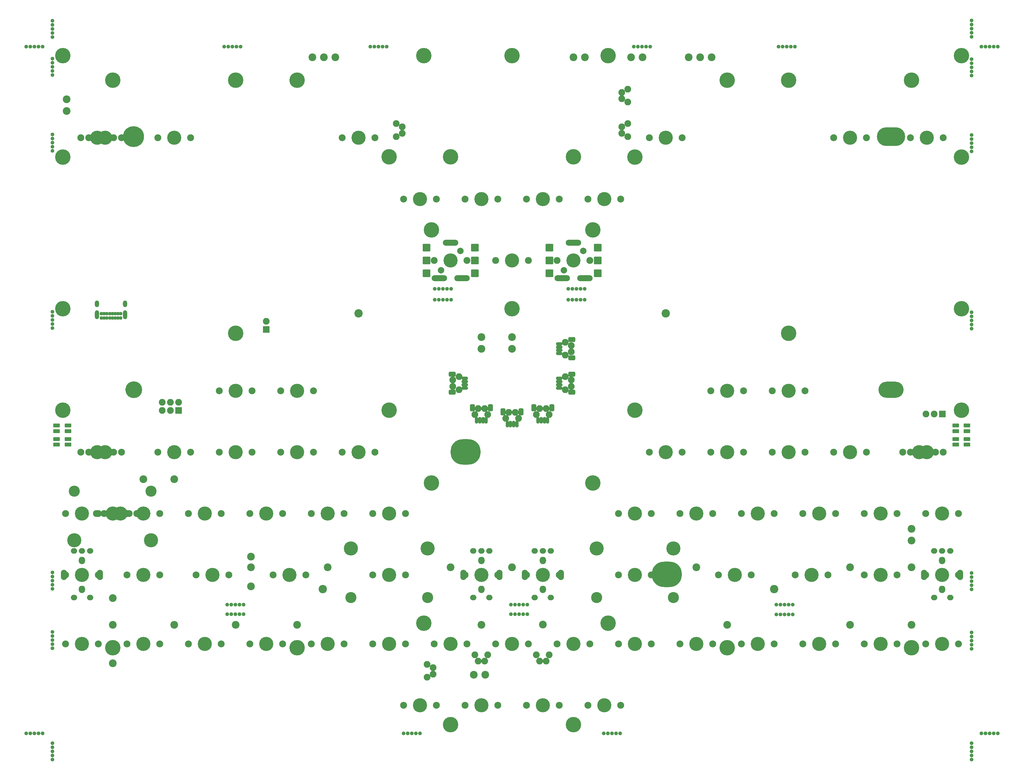
<source format=gts>
G04 #@! TF.GenerationSoftware,KiCad,Pcbnew,(6.0.10-0)*
G04 #@! TF.CreationDate,2023-02-15T16:58:24+09:00*
G04 #@! TF.ProjectId,Sandy,53616e64-792e-46b6-9963-61645f706362,v.0*
G04 #@! TF.SameCoordinates,Original*
G04 #@! TF.FileFunction,Soldermask,Top*
G04 #@! TF.FilePolarity,Negative*
%FSLAX46Y46*%
G04 Gerber Fmt 4.6, Leading zero omitted, Abs format (unit mm)*
G04 Created by KiCad (PCBNEW (6.0.10-0)) date 2023-02-15 16:58:24*
%MOMM*%
%LPD*%
G01*
G04 APERTURE LIST*
G04 Aperture macros list*
%AMRoundRect*
0 Rectangle with rounded corners*
0 $1 Rounding radius*
0 $2 $3 $4 $5 $6 $7 $8 $9 X,Y pos of 4 corners*
0 Add a 4 corners polygon primitive as box body*
4,1,4,$2,$3,$4,$5,$6,$7,$8,$9,$2,$3,0*
0 Add four circle primitives for the rounded corners*
1,1,$1+$1,$2,$3*
1,1,$1+$1,$4,$5*
1,1,$1+$1,$6,$7*
1,1,$1+$1,$8,$9*
0 Add four rect primitives between the rounded corners*
20,1,$1+$1,$2,$3,$4,$5,0*
20,1,$1+$1,$4,$5,$6,$7,0*
20,1,$1+$1,$6,$7,$8,$9,0*
20,1,$1+$1,$8,$9,$2,$3,0*%
G04 Aperture macros list end*
%ADD10C,1.187400*%
%ADD11C,6.496000*%
%ADD12O,5.600000X2.800000*%
%ADD13O,9.400000X7.900000*%
%ADD14O,8.781998X5.734000*%
%ADD15C,1.400000*%
%ADD16O,7.800000X5.000000*%
%ADD17C,5.200000*%
%ADD18C,2.150000*%
%ADD19C,4.387800*%
%ADD20C,3.448000*%
%ADD21RoundRect,0.200000X0.800000X0.425000X-0.800000X0.425000X-0.800000X-0.425000X0.800000X-0.425000X0*%
%ADD22O,1.900000X3.200000*%
%ADD23C,2.500000*%
%ADD24O,2.000000X2.300000*%
%ADD25O,2.000000X1.700000*%
%ADD26C,2.000000*%
%ADD27O,4.800000X1.850000*%
%ADD28RoundRect,0.200000X-1.000000X-0.950000X1.000000X-0.950000X1.000000X0.950000X-1.000000X0.950000X0*%
%ADD29RoundRect,0.350000X0.625000X-0.150000X0.625000X0.150000X-0.625000X0.150000X-0.625000X-0.150000X0*%
%ADD30O,2.100000X2.100000*%
%ADD31RoundRect,0.450000X0.650000X-0.350000X0.650000X0.350000X-0.650000X0.350000X-0.650000X-0.350000X0*%
%ADD32C,4.800000*%
%ADD33RoundRect,0.350000X0.150000X0.625000X-0.150000X0.625000X-0.150000X-0.625000X0.150000X-0.625000X0*%
%ADD34RoundRect,0.450000X0.350000X0.650000X-0.350000X0.650000X-0.350000X-0.650000X0.350000X-0.650000X0*%
%ADD35RoundRect,0.350000X-0.625000X0.150000X-0.625000X-0.150000X0.625000X-0.150000X0.625000X0.150000X0*%
%ADD36RoundRect,0.450000X-0.650000X0.350000X-0.650000X-0.350000X0.650000X-0.350000X0.650000X0.350000X0*%
%ADD37RoundRect,0.200000X-0.850000X-0.850000X0.850000X-0.850000X0.850000X0.850000X-0.850000X0.850000X0*%
%ADD38C,2.400000*%
%ADD39RoundRect,0.200000X0.850000X-0.850000X0.850000X0.850000X-0.850000X0.850000X-0.850000X-0.850000X0*%
%ADD40C,2.600000*%
%ADD41C,1.100000*%
%ADD42O,1.300000X2.800000*%
%ADD43O,1.300000X2.100000*%
G04 APERTURE END LIST*
D10*
X18396399Y-234562740D03*
X306408435Y-189821365D03*
X251632810Y-21350240D03*
X21422649Y-184590151D03*
X21422649Y-238838990D03*
X142470935Y-99931490D03*
D11*
X46585435Y-49244280D03*
D12*
X281458435Y-127831490D03*
D10*
X13316399Y-234562740D03*
X77227185Y-21350240D03*
X132861560Y-234562740D03*
X75647185Y-194529383D03*
X306408435Y-29007615D03*
X306408435Y-240108990D03*
X21422649Y-18333990D03*
X21422649Y-185860151D03*
X186444685Y-99931490D03*
X163584685Y-197571147D03*
X121206560Y-21350240D03*
X145010935Y-99931490D03*
X134131560Y-234562740D03*
X204232810Y-21350240D03*
X17136399Y-21350240D03*
X21422649Y-204338651D03*
X17126399Y-234562740D03*
X306408435Y-203219865D03*
X306408435Y-188551365D03*
X21422649Y-206878651D03*
X205502810Y-21350240D03*
X131591560Y-234562740D03*
X135401560Y-234562740D03*
X306408435Y-107588865D03*
X306408435Y-52581990D03*
X245848435Y-194531490D03*
X21422649Y-103627651D03*
X192343435Y-234562740D03*
X247118435Y-197573254D03*
X306408435Y-50041990D03*
X122476560Y-21350240D03*
X142470935Y-96496026D03*
X13326399Y-21350240D03*
D13*
X211909602Y-185186946D03*
D10*
X248388435Y-197573254D03*
X75647185Y-197571147D03*
X194883435Y-234562740D03*
X202962810Y-21350240D03*
X80727185Y-197571147D03*
X306408435Y-48771990D03*
X183904685Y-99931490D03*
X306408435Y-186011365D03*
X80727185Y-194529383D03*
X141200935Y-99931490D03*
X21422649Y-53700776D03*
X306405210Y-17053990D03*
X21422649Y-208148651D03*
X21422649Y-187130151D03*
X306408435Y-208299865D03*
X21422649Y-108707651D03*
X21422649Y-242648990D03*
X182634685Y-99931490D03*
X21422649Y-240108990D03*
X306405210Y-14513990D03*
X306408435Y-27737615D03*
X78187185Y-197571147D03*
X306408435Y-187281365D03*
X21422649Y-106167651D03*
X21422649Y-25046401D03*
X21422649Y-15793990D03*
X250928435Y-194531490D03*
X76917185Y-197571147D03*
X164854685Y-194529383D03*
X21422649Y-188400151D03*
X21422649Y-107437651D03*
X21422649Y-237568990D03*
X21422649Y-48620776D03*
X123746560Y-21350240D03*
X306408435Y-207029865D03*
X18406399Y-21350240D03*
X78187185Y-194529383D03*
X14586399Y-234562740D03*
X21422649Y-104897651D03*
X168664685Y-197571147D03*
X130321560Y-234562740D03*
X74687185Y-21350240D03*
X310684685Y-234562740D03*
X197423435Y-234562740D03*
X309414685Y-21350240D03*
X168664685Y-194529383D03*
X79457185Y-194529383D03*
X185174685Y-99931490D03*
D12*
X281458435Y-127831490D03*
D10*
X306408435Y-51311990D03*
X306408435Y-205759865D03*
X79457185Y-197571147D03*
D13*
X149558435Y-147131490D03*
D10*
X139930935Y-96496026D03*
X306408435Y-237568990D03*
X249092810Y-21350240D03*
X78497185Y-21350240D03*
X306408435Y-106318865D03*
X14596399Y-21350240D03*
X249658435Y-197573254D03*
X21422649Y-205608651D03*
X166124685Y-197571147D03*
X21422649Y-27586401D03*
X21422649Y-28856401D03*
X306408435Y-53851990D03*
X306408435Y-103778865D03*
X306408435Y-204489865D03*
X21422649Y-17063990D03*
X246552810Y-21350240D03*
X21422649Y-14523990D03*
X250362810Y-21350240D03*
X167394685Y-194529383D03*
X166124685Y-194529383D03*
X21422649Y-52430776D03*
X183904685Y-96496026D03*
X306408435Y-105048865D03*
X79767185Y-21350240D03*
X248388435Y-194531490D03*
X306405210Y-18323990D03*
X21422649Y-13253990D03*
X21422649Y-189670151D03*
X306405210Y-15783990D03*
X306408435Y-242648990D03*
X143740935Y-99931490D03*
X21422649Y-241378990D03*
X185174685Y-96496026D03*
X76917185Y-194529383D03*
X181364685Y-96496026D03*
X249658435Y-194531490D03*
X21422649Y-51160776D03*
X21422649Y-203068651D03*
X15866399Y-21350240D03*
X306408435Y-184741365D03*
X309414685Y-234562740D03*
X143740935Y-96496026D03*
X21422649Y-49890776D03*
X247822810Y-21350240D03*
X193613435Y-234562740D03*
X311954685Y-21350240D03*
X306405210Y-13243990D03*
X21422649Y-26316401D03*
X182634685Y-96496026D03*
X181364685Y-99931490D03*
X306408435Y-30277615D03*
X15856399Y-234562740D03*
X245848435Y-197573254D03*
X119936560Y-21350240D03*
X21422649Y-30126401D03*
X206772810Y-21350240D03*
X196153435Y-234562740D03*
X163584685Y-194529383D03*
X250928435Y-197573254D03*
X201692810Y-21350240D03*
X306408435Y-108858865D03*
X310684685Y-21350240D03*
X306408435Y-25197615D03*
D14*
X281408435Y-49251780D03*
D10*
X125016560Y-21350240D03*
X186444685Y-96496026D03*
X311954685Y-234562740D03*
X139930935Y-99931490D03*
X313224685Y-21350240D03*
X313224685Y-234562740D03*
X141200935Y-96496026D03*
X314494685Y-21350240D03*
X167394685Y-197571147D03*
X145010935Y-96496026D03*
X306408435Y-238838990D03*
X164854685Y-197571147D03*
X306408435Y-26467615D03*
X75957185Y-21350240D03*
X247118435Y-194531490D03*
X314494685Y-234562740D03*
X306408435Y-241378990D03*
D15*
X281458435Y-129581490D03*
X284108435Y-129081490D03*
X280058435Y-129581490D03*
X47858435Y-129181490D03*
X48508435Y-127831490D03*
D16*
X281458435Y-127831490D03*
D17*
X46608435Y-127831490D03*
D15*
X284108435Y-126581490D03*
X46608435Y-125931490D03*
X284608435Y-127831490D03*
X284608435Y-127831490D03*
X281458435Y-129581490D03*
X280058435Y-129581490D03*
X278808435Y-126581490D03*
X46608435Y-129731490D03*
X278808435Y-129081490D03*
X45258435Y-126481490D03*
X278808435Y-129081490D03*
X282858435Y-126081490D03*
X280058435Y-126081490D03*
X282858435Y-126081490D03*
X44708435Y-127831490D03*
X278308435Y-127831490D03*
X284108435Y-129081490D03*
X282858435Y-129581490D03*
X278808435Y-126581490D03*
X284108435Y-126581490D03*
X47858435Y-126481490D03*
X280058435Y-126081490D03*
X281458435Y-126081490D03*
X278308435Y-127831490D03*
X281458435Y-126081490D03*
X282858435Y-129581490D03*
X45258435Y-129131490D03*
D18*
X245214195Y-166306810D03*
D19*
X240134195Y-166306810D03*
D18*
X235054195Y-166306810D03*
X254104275Y-166306810D03*
D19*
X259184275Y-166306810D03*
D18*
X264264275Y-166306810D03*
X64238435Y-147256690D03*
X54078435Y-147256690D03*
D19*
X59158435Y-147256690D03*
D18*
X111863435Y-166306770D03*
X101703435Y-166306770D03*
D19*
X106783435Y-166306770D03*
D18*
X102338435Y-147256690D03*
D19*
X97258435Y-147256690D03*
D18*
X92178435Y-147256690D03*
X273154515Y-185356850D03*
X283314515Y-185356850D03*
D19*
X278234515Y-185356850D03*
D18*
X102338435Y-128206610D03*
X92178435Y-128206610D03*
D19*
X97258435Y-128206610D03*
X116308435Y-147256690D03*
D18*
X111228435Y-147256690D03*
X121388435Y-147256690D03*
D19*
X297284595Y-166306810D03*
D18*
X302364595Y-166306810D03*
X292204595Y-166306810D03*
D19*
X230609155Y-128206650D03*
D18*
X225529155Y-128206650D03*
X235689155Y-128206650D03*
X235689155Y-147256730D03*
D19*
X230609155Y-147256730D03*
D18*
X225529155Y-147256730D03*
X254739235Y-147256730D03*
D19*
X249659235Y-147256730D03*
D18*
X244579235Y-147256730D03*
X25503475Y-166306890D03*
X35663475Y-166306890D03*
D19*
X30583475Y-166306890D03*
X49633475Y-166306890D03*
D18*
X54713475Y-166306890D03*
X44553475Y-166306890D03*
D19*
X221084115Y-166306770D03*
D18*
X216004115Y-166306770D03*
X226164115Y-166306770D03*
X207114035Y-166306770D03*
D19*
X202034035Y-166306770D03*
D18*
X196954035Y-166306770D03*
X254739235Y-128206650D03*
D19*
X249659235Y-128206650D03*
D18*
X244579235Y-128206650D03*
X120753435Y-166306770D03*
X130913435Y-166306770D03*
D19*
X125833435Y-166306770D03*
D18*
X83288435Y-128206610D03*
X73128435Y-128206610D03*
D19*
X78208435Y-128206610D03*
X87733435Y-166306770D03*
D18*
X92813435Y-166306770D03*
X82653435Y-166306770D03*
X73763435Y-166306770D03*
D19*
X68683435Y-166306770D03*
D18*
X63603435Y-166306770D03*
X35663475Y-185356890D03*
X25503475Y-185356890D03*
D19*
X30583475Y-185356890D03*
D18*
X89797495Y-185356890D03*
X99957495Y-185356890D03*
D19*
X94877495Y-185356890D03*
D18*
X120753875Y-185356890D03*
D20*
X137740125Y-192341890D03*
D18*
X130913875Y-185356890D03*
D19*
X137740125Y-177101890D03*
X113927625Y-177101890D03*
D20*
X113927625Y-192341890D03*
D19*
X125833875Y-185356890D03*
X190127225Y-177101890D03*
D20*
X190127225Y-192341890D03*
D18*
X196953475Y-185356890D03*
X207113475Y-185356890D03*
D19*
X202033475Y-185356890D03*
D20*
X213939725Y-192341890D03*
D19*
X213939725Y-177101890D03*
X232989725Y-185356890D03*
D18*
X227909725Y-185356890D03*
X238069725Y-185356890D03*
D21*
X26208435Y-140706530D03*
X26208435Y-138956530D03*
X22708435Y-138956530D03*
X22708435Y-140706530D03*
X26208435Y-144906530D03*
X26208435Y-143156530D03*
X22708435Y-143156530D03*
X22708435Y-144906530D03*
X305008435Y-140706530D03*
X305008435Y-138956530D03*
X301508435Y-138956530D03*
X301508435Y-140706530D03*
X305008435Y-144906530D03*
X305008435Y-143156530D03*
X301508435Y-143156530D03*
X301508435Y-144906530D03*
D19*
X292521915Y-147256730D03*
D18*
X287441915Y-147256730D03*
X297601915Y-147256730D03*
X263628475Y-147256890D03*
X273788475Y-147256890D03*
D19*
X268708475Y-147256890D03*
D18*
X149328475Y-185356530D03*
X159488475Y-185356530D03*
D19*
X154408475Y-185356530D03*
D18*
X168378475Y-185356890D03*
X178538475Y-185356890D03*
D19*
X173458475Y-185356890D03*
D18*
X42807255Y-147256730D03*
D19*
X37727255Y-147256730D03*
D18*
X32647255Y-147256730D03*
X40425975Y-147256890D03*
X30265975Y-147256890D03*
D19*
X35345975Y-147256890D03*
X49633475Y-185356890D03*
D18*
X54713475Y-185356890D03*
X44553475Y-185356890D03*
X283314515Y-166306810D03*
D19*
X278234515Y-166306810D03*
D18*
X273154515Y-166306810D03*
X73128435Y-147256690D03*
D19*
X78208435Y-147256690D03*
D18*
X83288435Y-147256690D03*
D19*
X297284595Y-185356890D03*
D18*
X302364595Y-185356890D03*
X292204595Y-185356890D03*
X76144725Y-185356890D03*
D19*
X71064725Y-185356890D03*
D18*
X65984725Y-185356890D03*
D19*
X211559075Y-147256690D03*
D18*
X206479075Y-147256690D03*
X216639075Y-147256690D03*
D19*
X192508435Y-68675280D03*
D18*
X187428435Y-68675280D03*
X197588435Y-68675280D03*
D22*
X302884595Y-185356890D03*
D23*
X297284595Y-185356890D03*
D24*
X297284595Y-189856890D03*
D22*
X291684595Y-185356890D03*
D24*
X297284595Y-180856890D03*
D25*
X299784595Y-177856890D03*
X294784595Y-177856890D03*
X297284595Y-177856890D03*
X299784595Y-192356890D03*
X294784595Y-192356890D03*
D26*
X141883435Y-90725280D03*
D27*
X141383435Y-93250280D03*
X144883435Y-82200280D03*
D26*
X147883435Y-84725280D03*
D27*
X148383435Y-93250280D03*
D28*
X137383435Y-83725280D03*
X137383435Y-87725280D03*
X137383435Y-91725280D03*
X152383435Y-83725280D03*
X152383435Y-87725280D03*
X152383435Y-91725280D03*
D18*
X226163435Y-206787780D03*
D19*
X221083435Y-206787780D03*
D18*
X216003435Y-206787780D03*
D19*
X42489685Y-166306530D03*
D18*
X47569685Y-166306530D03*
X37409685Y-166306530D03*
X139803435Y-87725280D03*
D19*
X144883435Y-87725280D03*
D18*
X149963435Y-87725280D03*
X292203435Y-206787780D03*
D19*
X297283435Y-206787780D03*
D18*
X302363435Y-206787780D03*
X261882185Y-185356530D03*
X251722185Y-185356530D03*
D19*
X256802185Y-185356530D03*
D29*
X178602185Y-127325280D03*
D30*
X180402185Y-127825280D03*
D29*
X178602185Y-126325280D03*
D30*
X182302185Y-126825280D03*
D29*
X178602185Y-125325280D03*
D30*
X182302185Y-124825280D03*
D29*
X178602185Y-124325280D03*
D30*
X180402185Y-123825280D03*
D31*
X182477185Y-128625280D03*
X182477185Y-123025280D03*
D32*
X303236560Y-134159655D03*
D18*
X159488435Y-68675280D03*
D19*
X154408435Y-68675280D03*
D18*
X149328435Y-68675280D03*
D30*
X156408435Y-135550280D03*
D33*
X155908435Y-137350280D03*
X154908435Y-137350280D03*
D30*
X155408435Y-133650280D03*
X153408435Y-133650280D03*
D33*
X153908435Y-137350280D03*
D30*
X152408435Y-135550280D03*
D33*
X152908435Y-137350280D03*
D34*
X157208435Y-133475280D03*
X151608435Y-133475280D03*
D24*
X30583475Y-180856890D03*
D22*
X36183475Y-185356890D03*
X24983475Y-185356890D03*
D24*
X30583475Y-189856890D03*
D23*
X30583475Y-185356890D03*
D25*
X33083475Y-177856890D03*
X28083475Y-177856890D03*
X30583475Y-177856890D03*
X33083475Y-192356890D03*
X28083475Y-192356890D03*
D29*
X178602185Y-116609655D03*
D30*
X180402185Y-117109655D03*
X182302185Y-116109655D03*
D29*
X178602185Y-115609655D03*
X178602185Y-114609655D03*
D30*
X182302185Y-114109655D03*
D29*
X178602185Y-113609655D03*
D30*
X180402185Y-113109655D03*
D31*
X182477185Y-112309655D03*
X182477185Y-117909655D03*
D18*
X139803435Y-206787780D03*
X149963435Y-206787780D03*
D19*
X144883435Y-206787780D03*
D18*
X197588435Y-225837780D03*
X187428435Y-225837780D03*
D19*
X192508435Y-225837780D03*
D32*
X24634907Y-102714780D03*
X136549060Y-24133530D03*
D18*
X42807185Y-49625280D03*
D19*
X37727185Y-49625280D03*
D18*
X32647185Y-49625280D03*
X73763435Y-206787780D03*
X63603435Y-206787780D03*
D19*
X68683435Y-206787780D03*
D18*
X196953435Y-206787780D03*
X207113435Y-206787780D03*
D19*
X202033435Y-206787780D03*
D32*
X230608435Y-31765905D03*
D19*
X49633435Y-206787780D03*
D18*
X44553435Y-206787780D03*
X54713435Y-206787780D03*
D19*
X290139685Y-147256730D03*
D18*
X285059685Y-147256730D03*
X295219685Y-147256730D03*
D32*
X97258435Y-31765905D03*
X163933435Y-102714780D03*
D18*
X216638435Y-49625280D03*
X206478435Y-49625280D03*
D19*
X211558435Y-49625280D03*
D18*
X178538435Y-225837780D03*
D19*
X173458435Y-225837780D03*
D18*
X168378435Y-225837780D03*
X177903435Y-206787780D03*
D19*
X182983435Y-206787780D03*
D18*
X188063435Y-206787780D03*
D32*
X78208435Y-110347155D03*
D18*
X283313435Y-206787780D03*
D19*
X278233435Y-206787780D03*
D18*
X273153435Y-206787780D03*
D32*
X202033435Y-134206530D03*
D18*
X264263435Y-206787780D03*
X254103435Y-206787780D03*
D19*
X259183435Y-206787780D03*
D33*
X165433435Y-138540905D03*
D30*
X165933435Y-136740905D03*
D33*
X164433435Y-138540905D03*
D30*
X164933435Y-134840905D03*
X162933435Y-134840905D03*
D33*
X163433435Y-138540905D03*
D30*
X161933435Y-136740905D03*
D33*
X162433435Y-138540905D03*
D34*
X166733435Y-134665905D03*
X161133435Y-134665905D03*
D18*
X169013435Y-206787780D03*
X158853435Y-206787780D03*
D19*
X163933435Y-206787780D03*
D32*
X182983435Y-55578405D03*
D18*
X92813435Y-206787780D03*
X82653435Y-206787780D03*
D19*
X87733435Y-206787780D03*
D27*
X186483435Y-93250280D03*
D26*
X185983435Y-84725280D03*
X179983435Y-90725280D03*
D27*
X182983435Y-82200280D03*
X179483435Y-93250280D03*
D28*
X175483435Y-83725280D03*
X175483435Y-87725280D03*
X175483435Y-91725280D03*
X190483435Y-83725280D03*
X190483435Y-87725280D03*
X190483435Y-91725280D03*
D18*
X121388435Y-49625280D03*
D19*
X116308435Y-49625280D03*
D18*
X111228435Y-49625280D03*
D32*
X144883435Y-55578405D03*
D18*
X120753435Y-206787780D03*
X130913435Y-206787780D03*
D19*
X125833435Y-206787780D03*
D22*
X167858475Y-185356890D03*
D24*
X173458475Y-189856890D03*
D22*
X179058475Y-185356890D03*
D24*
X173458475Y-180856890D03*
D23*
X173458475Y-185356890D03*
D25*
X175958475Y-177856890D03*
X170958475Y-177856890D03*
X173458475Y-177856890D03*
X175958475Y-192356890D03*
X170958475Y-192356890D03*
D18*
X35028475Y-166306890D03*
D20*
X52014725Y-159321890D03*
D19*
X52014725Y-174561890D03*
X40108475Y-166306890D03*
X28202225Y-174561890D03*
D18*
X45188475Y-166306890D03*
D20*
X28202225Y-159321890D03*
D32*
X193699060Y-24133530D03*
D35*
X149264685Y-124325280D03*
D30*
X147464685Y-123825280D03*
X145564685Y-124825280D03*
D35*
X149264685Y-125325280D03*
D30*
X145564685Y-126825280D03*
D35*
X149264685Y-126325280D03*
X149264685Y-127325280D03*
D30*
X147464685Y-127825280D03*
D36*
X145389685Y-123025280D03*
X145389685Y-128625280D03*
D30*
X175458435Y-135550280D03*
D33*
X174958435Y-137350280D03*
D30*
X174458435Y-133650280D03*
D33*
X173958435Y-137350280D03*
D30*
X172458435Y-133650280D03*
D33*
X172958435Y-137350280D03*
D30*
X171458435Y-135550280D03*
D33*
X171958435Y-137350280D03*
D34*
X176258435Y-133475280D03*
X170658435Y-133475280D03*
D32*
X138930310Y-156781530D03*
D19*
X30583435Y-206787780D03*
D18*
X35663435Y-206787780D03*
X25503435Y-206787780D03*
D32*
X287758435Y-31765905D03*
X249658435Y-110347155D03*
X125833435Y-134159655D03*
D18*
X177903435Y-87725280D03*
X188063435Y-87725280D03*
D19*
X182983435Y-87725280D03*
D18*
X168378435Y-68675280D03*
D19*
X173458435Y-68675280D03*
D18*
X178538435Y-68675280D03*
D32*
X24630310Y-134159655D03*
D19*
X240133435Y-206787780D03*
D18*
X245213435Y-206787780D03*
X235053435Y-206787780D03*
X130278435Y-225837780D03*
D19*
X135358435Y-225837780D03*
D18*
X140438435Y-225837780D03*
D19*
X163933435Y-87725280D03*
D18*
X158853435Y-87725280D03*
X169013435Y-87725280D03*
X297600935Y-49625280D03*
D19*
X292520935Y-49625280D03*
D18*
X287440935Y-49625280D03*
D22*
X160008475Y-185356530D03*
D24*
X154408475Y-189856530D03*
X154408475Y-180856530D03*
D23*
X154408475Y-185356530D03*
D22*
X148808475Y-185356530D03*
D25*
X156908475Y-177856530D03*
X151908475Y-177856530D03*
X154408475Y-177856530D03*
X156908475Y-192356530D03*
X151908475Y-192356530D03*
D19*
X154408435Y-225837780D03*
D18*
X159488435Y-225837780D03*
X149328435Y-225837780D03*
X140438435Y-68700320D03*
X130278435Y-68700320D03*
D19*
X135358435Y-68700320D03*
X106783435Y-206787780D03*
D18*
X101703435Y-206787780D03*
X111863435Y-206787780D03*
D32*
X40108435Y-31765905D03*
D18*
X273788435Y-49625280D03*
D19*
X268708435Y-49625280D03*
D18*
X263628435Y-49625280D03*
X64238435Y-49625280D03*
X54078435Y-49625280D03*
D19*
X59158435Y-49625280D03*
D18*
X30265935Y-49625280D03*
D19*
X35345935Y-49625280D03*
D18*
X40425935Y-49625280D03*
D32*
X303236560Y-102714780D03*
X188936560Y-156781530D03*
D37*
X87733435Y-109156530D03*
D30*
X87733435Y-106616530D03*
D38*
X106783435Y-182975280D03*
X163914685Y-182975280D03*
X268708435Y-182975280D03*
X40108435Y-192500280D03*
X49633435Y-155590905D03*
X287758435Y-171069030D03*
X287758435Y-174640905D03*
D39*
X60492810Y-134244030D03*
D30*
X60492810Y-131704030D03*
X57952810Y-134244030D03*
X57952810Y-131704030D03*
X55412810Y-134244030D03*
X55412810Y-131704030D03*
D40*
X116308435Y-104181490D03*
X211558435Y-104181490D03*
X105258435Y-189781490D03*
D38*
X221083435Y-182975280D03*
X163933435Y-115109655D03*
X287758435Y-182975280D03*
X82970935Y-182975280D03*
X82970935Y-179641530D03*
D40*
X245158435Y-189781490D03*
D38*
X154408435Y-115109655D03*
X154408435Y-111537780D03*
X59158435Y-155581530D03*
D41*
X36608435Y-105571490D03*
X37458435Y-105571490D03*
X38308435Y-105571490D03*
X39158435Y-105571490D03*
X40008435Y-105571490D03*
X40858435Y-105571490D03*
X41708435Y-105571490D03*
X42558435Y-105571490D03*
X42558435Y-104221490D03*
X41708435Y-104221490D03*
X40858435Y-104221490D03*
X40008435Y-104221490D03*
X39158435Y-104221490D03*
X38308435Y-104221490D03*
X37458435Y-104221490D03*
X36608435Y-104221490D03*
D42*
X43908435Y-104591490D03*
D43*
X35258435Y-101211490D03*
D42*
X35258435Y-104591490D03*
D43*
X43908435Y-101211490D03*
D38*
X144883435Y-182975280D03*
X163933435Y-111537780D03*
D39*
X297320935Y-135350280D03*
D30*
X294780935Y-135350280D03*
X292240935Y-135350280D03*
D38*
X82970935Y-188928405D03*
D30*
X156408435Y-210159655D03*
X155408435Y-212059655D03*
X153408435Y-212059655D03*
X152408435Y-210159655D03*
D38*
X40108435Y-200844030D03*
D32*
X193699060Y-200346030D03*
X303236560Y-55587780D03*
X125833435Y-55578405D03*
D38*
X78208435Y-200844030D03*
D32*
X202033435Y-55625280D03*
D30*
X128014685Y-45244030D03*
X129914685Y-46244030D03*
X129914685Y-48244030D03*
X128014685Y-49244030D03*
D38*
X222274060Y-24622155D03*
X287758435Y-200844030D03*
X40108435Y-212740905D03*
D32*
X230608435Y-207978405D03*
X24630310Y-24133530D03*
D38*
X230608435Y-200834655D03*
X97258435Y-200844030D03*
D32*
X144883435Y-231790905D03*
D30*
X175458435Y-210159655D03*
X174458435Y-212059655D03*
X172458435Y-212059655D03*
X171458435Y-210159655D03*
D32*
X97258435Y-207978405D03*
D38*
X200842810Y-24622155D03*
X225845935Y-24622155D03*
X155599060Y-216312780D03*
X59158435Y-200834655D03*
X182983435Y-24622155D03*
X25820935Y-41290905D03*
D32*
X249658435Y-31765905D03*
X188936560Y-78200280D03*
D38*
X173458435Y-200787780D03*
X102020935Y-24622155D03*
D32*
X40108435Y-207978405D03*
D30*
X137539685Y-213122155D03*
X139439685Y-214122155D03*
X139439685Y-216122155D03*
X137539685Y-217122155D03*
D32*
X136549060Y-200346030D03*
D30*
X199852185Y-38528405D03*
X197952185Y-37528405D03*
X197952185Y-35528405D03*
X199852185Y-34528405D03*
D38*
X186555310Y-24622155D03*
D32*
X78208435Y-31765905D03*
D38*
X204414685Y-24622155D03*
D32*
X182983435Y-231790905D03*
X24630310Y-55587780D03*
X163933435Y-24133530D03*
D38*
X218702185Y-24622155D03*
X154408435Y-200844030D03*
X109164685Y-24622155D03*
D32*
X303236560Y-24133530D03*
D38*
X152027185Y-216312780D03*
D32*
X138930310Y-78200280D03*
D30*
X199852185Y-49244030D03*
X197952185Y-48244030D03*
X197952185Y-46244030D03*
X199852185Y-45244030D03*
D38*
X105592810Y-24622155D03*
X268708435Y-200834655D03*
D32*
X287758435Y-207978405D03*
D38*
X25820935Y-37719030D03*
M02*

</source>
